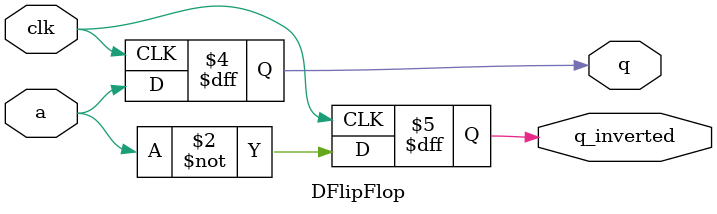
<source format=v>
module DFlipFlop (output reg q, output reg q_inverted,input a, input clk);
    initial begin
        q = 0;
        q_inverted = 1;
    end
    always @(posedge clk) begin
        q = a;
        q_inverted = ~q; 
    end
endmodule
</source>
